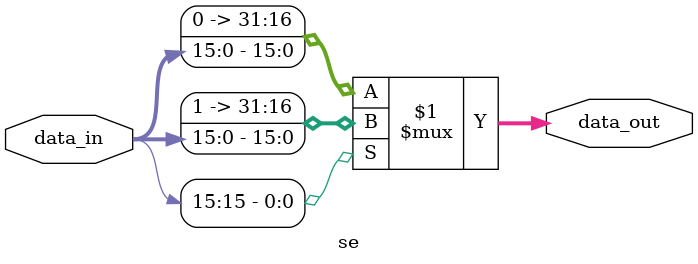
<source format=v>
module se (
    input  wire [15:0] data_in,
    output wire [31:0] data_out
);

    // Sign extend 16-bit to 32-bit
    // If MSB is 1, extend with 1s; otherwise extend with 0s
    assign data_out = (data_in[15]) ? {{16{1'b1}}, data_in} : {{16{1'b0}}, data_in};

endmodule
</source>
